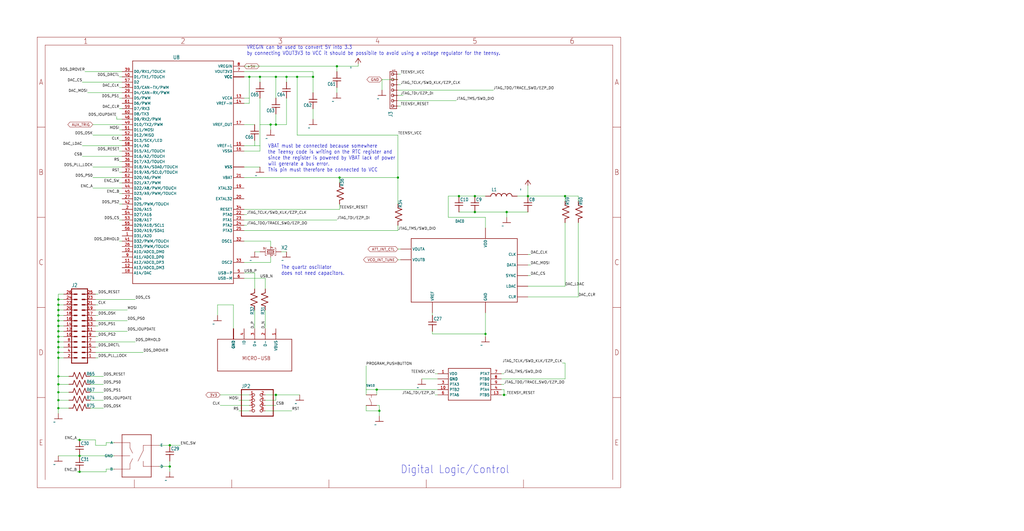
<source format=kicad_sch>
(kicad_sch (version 20211123) (generator eeschema)
  (paper "User" 490.22 254.406)
  (lib_symbols
    (symbol "aom_simple-eagle-import:+5V" (power)
      (property "Value" "+5V" (at -2.54 -5.08 90))
      (symbol "+5V_1_0"
        (pin power_in line (at 0 -2.54 90) (length 2.54) (name "+5V") (number "1"))
      )
    )
    (symbol "aom_simple-eagle-import:AD5623R"
      (property "Value" "AD5623R" (at -2.54 20.32 0))
      (symbol "AD5623R_1_0"
        (pin bidirectional line (at 27.94 10.16 180) (length 5.08) (name "VOUTA") (number "1"))
        (pin bidirectional line (at 12.7 -20.32 90) (length 5.08) (name "VREF") (number "10"))
        (pin bidirectional line (at 27.94 5.08 180) (length 5.08) (name "VOUTB") (number "2"))
        (pin bidirectional line (at -12.7 -20.32 90) (length 5.08) (name "GND") (number "3"))
        (pin bidirectional line (at -33.02 -7.62 0) (length 5.08) (name "LDAC") (number "4"))
        (pin bidirectional line (at -33.02 -12.7 0) (length 5.08) (name "CLR") (number "5"))
        (pin bidirectional line (at -33.02 -2.54 0) (length 5.08) (name "SYNC") (number "6"))
        (pin bidirectional line (at -33.02 7.62 0) (length 5.08) (name "CLK") (number "7"))
        (pin bidirectional line (at -33.02 2.54 0) (length 5.08) (name "DATA") (number "8"))
        (pin bidirectional line (at -12.7 20.32 270) (length 5.08) (name "VDD") (number "9"))
      )
    )
    (symbol "aom_simple-eagle-import:CRYSTAL-3.2-2.5"
      (property "Reference" "X" (at 2.54 1.016 0))
      (property "Value" "CRYSTAL-3.2-2.5" (at 2.54 -2.54 0))
      (symbol "CRYSTAL-3.2-2.5_1_0"
        (text "1" (at -2.159 -1.143 0) (effects (font (size 0.8636 0.734)) (justify left bottom)))
        (text "2" (at 1.524 -1.143 0) (effects (font (size 0.8636 0.734)) (justify left bottom)))
        (text "3" (at 1.143 2.794 900) (effects (font (size 0.8636 0.734)) (justify left bottom)))
        (pin passive line (at -2.54 0 0) (length 0) (name "C1") (number "1"))
        (pin passive line (at 0 -5.08 90) (length 2.54) (name "GND@1") (number "2"))
        (pin passive line (at 2.54 0 180) (length 0) (name "C2") (number "3"))
        (pin passive line (at 0 5.08 270) (length 2.54) (name "GND@2") (number "4"))
      )
    )
    (symbol "aom_simple-eagle-import:CURRENT_BOOTLOADER3X3MM"
      (symbol "CURRENT_BOOTLOADER3X3MM_1_0"
        (pin bidirectional line (at -15.24 5.08 0) (length 5.08) (name "VDD") (number "1"))
        (pin bidirectional line (at -15.24 -2.54 0) (length 5.08) (name "PTB2") (number "10"))
        (pin bidirectional line (at 15.24 -5.08 180) (length 5.08) (name "PTB5") (number "13"))
        (pin bidirectional line (at -15.24 2.54 0) (length 5.08) (name "GND") (number "17"))
        (pin bidirectional line (at -15.24 2.54 0) (length 5.08) (name "GND") (number "2"))
        (pin bidirectional line (at -15.24 0 0) (length 5.08) (name "PTA3") (number "3"))
        (pin bidirectional line (at 15.24 -2.54 180) (length 5.08) (name "PTA4") (number "4"))
        (pin bidirectional line (at -15.24 -5.08 0) (length 5.08) (name "PTA6") (number "6"))
        (pin bidirectional line (at 15.24 5.08 180) (length 5.08) (name "PTA7") (number "7"))
        (pin bidirectional line (at 15.24 2.54 180) (length 5.08) (name "PTB0") (number "8"))
        (pin bidirectional line (at 15.24 0 180) (length 5.08) (name "PTB1") (number "9"))
      )
    )
    (symbol "aom_simple-eagle-import:C_MLCC_SMDCMLCC_0603"
      (property "Reference" "C" (at 0.5715 0.0635 0))
      (property "Value" "C_MLCC_SMDCMLCC_0603" (at 0.5715 -4.3815 0))
      (symbol "C_MLCC_SMDCMLCC_0603_1_0"
        (pin passive line (at 0 2.54 270) (length 0) (name "1") (number "P$1"))
        (pin passive line (at 0 -5.08 90) (length 0) (name "2") (number "P$2"))
      )
    )
    (symbol "aom_simple-eagle-import:C_MLCC_SMDCMLCC_0805"
      (property "Reference" "C" (at 0.5715 0.0635 0))
      (property "Value" "C_MLCC_SMDCMLCC_0805" (at 0.5715 -4.3815 0))
      (symbol "C_MLCC_SMDCMLCC_0805_1_0"
        (pin passive line (at 0 2.54 270) (length 0) (name "1") (number "P$1"))
        (pin passive line (at 0 -5.08 90) (length 0) (name "2") (number "P$2"))
      )
    )
    (symbol "aom_simple-eagle-import:FRAME_A_L"
      (symbol "FRAME_A_L_0_0"
        (text "1" (at 23.2833 213.995 0) (effects (font (size 2.54 2.286))))
        (text "2" (at 69.85 213.995 0) (effects (font (size 2.54 2.286))))
        (text "3" (at 116.4167 213.995 0) (effects (font (size 2.54 2.286))))
        (text "4" (at 162.9833 213.995 0) (effects (font (size 2.54 2.286))))
        (text "5" (at 209.55 213.995 0) (effects (font (size 2.54 2.286))))
        (text "6" (at 256.1167 213.995 0) (effects (font (size 2.54 2.286))))
        (text "A" (at 1.905 194.31 0) (effects (font (size 2.54 2.286))))
        (text "A" (at 277.495 194.31 0) (effects (font (size 2.54 2.286))))
        (text "B" (at 1.905 151.13 0) (effects (font (size 2.54 2.286))))
        (text "B" (at 277.495 151.13 0) (effects (font (size 2.54 2.286))))
        (text "C" (at 1.905 107.95 0) (effects (font (size 2.54 2.286))))
        (text "C" (at 277.495 107.95 0) (effects (font (size 2.54 2.286))))
        (text "D" (at 1.905 64.77 0) (effects (font (size 2.54 2.286))))
        (text "D" (at 277.495 64.77 0) (effects (font (size 2.54 2.286))))
        (text "E" (at 1.905 21.59 0) (effects (font (size 2.54 2.286))))
        (text "E" (at 277.495 21.59 0) (effects (font (size 2.54 2.286))))
      )
      (symbol "FRAME_A_L_2_0"
        (text ">DRAWING_NAME" (at 17.78 19.05 0) (effects (font (size 2.54 2.159)) (justify left bottom)))
        (text ">LAST_DATE_TIME" (at 12.7 1.27 0) (effects (font (size 2.54 2.159)) (justify left bottom)))
        (text ">SHEET" (at 86.36 1.27 0) (effects (font (size 2.54 2.159)) (justify left bottom)))
        (text "Date:" (at 1.27 1.27 0) (effects (font (size 2.54 2.159)) (justify left bottom)))
        (text "Document Number:" (at 1.27 11.43 0) (effects (font (size 2.54 2.159)) (justify left bottom)))
        (text "REV:" (at 88.9 11.43 0) (effects (font (size 2.54 2.159)) (justify left bottom)))
        (text "Sheet:" (at 72.39 1.27 0) (effects (font (size 2.54 2.159)) (justify left bottom)))
        (text "TITLE:" (at 1.27 19.05 0) (effects (font (size 2.54 2.159)) (justify left bottom)))
      )
    )
    (symbol "aom_simple-eagle-import:GND" (power)
      (property "Value" "GND" (at -2.54 -2.54 0))
      (symbol "GND_1_0"
        (pin power_in line (at 0 2.54 270) (length 2.54) (name "GND") (number "1"))
      )
    )
    (symbol "aom_simple-eagle-import:L_FERRITE_SMDLFERRITE_0603"
      (property "Reference" "L" (at -4.7 2.31 0))
      (property "Value" "L_FERRITE_SMDLFERRITE_0603" (at -5.08 -2.54 0))
      (symbol "L_FERRITE_SMDLFERRITE_0603_1_0"
        (pin passive line (at -7.62 0 0) (length 2.54) (name "1") (number "P$1"))
        (pin passive line (at 7.62 0 180) (length 2.54) (name "2") (number "P$2"))
      )
    )
    (symbol "aom_simple-eagle-import:MICRO-USB{slash}1051330011"
      (symbol "MICRO-USB{slash}1051330011_1_0"
        (text "MICRO-USB" (at -2.54 -7.62 900) (effects (font (size 1.778 1.5113)) (justify left bottom)))
        (pin bidirectional line (at 12.7 -10.16 180) (length 5.08) (name "VBUS") (number "1"))
        (pin bidirectional line (at 12.7 -5.08 180) (length 5.08) (name "D-") (number "2"))
        (pin bidirectional line (at 12.7 0 180) (length 5.08) (name "D+") (number "3"))
        (pin bidirectional line (at 12.7 5.08 180) (length 5.08) (name "ID") (number "4"))
        (pin bidirectional line (at 12.7 10.16 180) (length 5.08) (name "GND") (number "5"))
        (pin bidirectional line (at 12.7 10.16 180) (length 5.08) (name "GND") (number "P$1"))
        (pin bidirectional line (at 12.7 10.16 180) (length 5.08) (name "GND") (number "P$2"))
        (pin bidirectional line (at 12.7 10.16 180) (length 5.08) (name "GND") (number "P$3"))
      )
    )
    (symbol "aom_simple-eagle-import:MK20DX256VLH7"
      (property "Value" "MK20DX256VLH7" (at -5.08 -53.34 0))
      (symbol "MK20DX256VLH7_1_0"
        (pin bidirectional line (at -27.94 -27.94 0) (length 5.08) (name "D31/A20") (number "1"))
        (pin bidirectional line (at -27.94 -35.56 0) (length 5.08) (name "A10/ADC0_DM0") (number "10"))
        (pin bidirectional line (at -27.94 -40.64 0) (length 5.08) (name "A12/ADC0_DP3") (number "11"))
        (pin bidirectional line (at -27.94 -43.18 0) (length 5.08) (name "A13/ADC0_DM3") (number "12"))
        (pin bidirectional line (at 30.48 38.1 180) (length 5.08) (name "VCCA") (number "13"))
        (pin bidirectional line (at 30.48 35.56 180) (length 5.08) (name "VREF-H") (number "14"))
        (pin bidirectional line (at 30.48 15.24 180) (length 5.08) (name "VREF-L") (number "15"))
        (pin bidirectional line (at 30.48 12.7 180) (length 5.08) (name "VSSA") (number "16"))
        (pin bidirectional line (at 30.48 25.4 180) (length 5.08) (name "VREF_OUT") (number "17"))
        (pin bidirectional line (at -27.94 -45.72 0) (length 5.08) (name "A14/DAC") (number "18"))
        (pin bidirectional line (at 30.48 -5.08 180) (length 5.08) (name "XTAL32") (number "19"))
        (pin bidirectional line (at -27.94 -15.24 0) (length 5.08) (name "D26/A15") (number "2"))
        (pin bidirectional line (at 30.48 -10.16 180) (length 5.08) (name "EXTAL32") (number "20"))
        (pin bidirectional line (at 30.48 0 180) (length 5.08) (name "VBAT") (number "21"))
        (pin bidirectional line (at 30.48 -17.78 180) (length 5.08) (name "PTA0") (number "22"))
        (pin bidirectional line (at 30.48 -20.32 180) (length 5.08) (name "PTA1") (number "23"))
        (pin bidirectional line (at 30.48 -22.86 180) (length 5.08) (name "PTA2") (number "24"))
        (pin bidirectional line (at 30.48 -25.4 180) (length 5.08) (name "PTA3") (number "25"))
        (pin bidirectional line (at -27.94 -33.02 0) (length 5.08) (name "D33/PWM/TOUCH") (number "26"))
        (pin bidirectional line (at -27.94 -10.16 0) (length 5.08) (name "D24") (number "27"))
        (pin bidirectional line (at -27.94 43.18 0) (length 5.08) (name "D3/CAN-TX/PWM") (number "28"))
        (pin bidirectional line (at -27.94 40.64 0) (length 5.08) (name "D4/CAN-RX/PWM") (number "29"))
        (pin bidirectional line (at 30.48 48.26 180) (length 5.08) (name "VCC") (number "3"))
        (pin bidirectional line (at 30.48 48.26 180) (length 5.08) (name "VCC") (number "30"))
        (pin bidirectional line (at 30.48 5.08 180) (length 5.08) (name "VSS") (number "31"))
        (pin bidirectional line (at 30.48 -30.48 180) (length 5.08) (name "OSC1") (number "32"))
        (pin bidirectional line (at 30.48 -40.64 180) (length 5.08) (name "OSC2") (number "33"))
        (pin bidirectional line (at 30.48 -15.24 180) (length 5.08) (name "RESET") (number "34"))
        (pin bidirectional line (at -27.94 10.16 0) (length 5.08) (name "D16/A2/TOUCH") (number "35"))
        (pin bidirectional line (at -27.94 7.62 0) (length 5.08) (name "D17/A3/TOUCH") (number "36"))
        (pin bidirectional line (at -27.94 2.54 0) (length 5.08) (name "D19/A5/SCL0/TOUCH") (number "37"))
        (pin bidirectional line (at -27.94 5.08 0) (length 5.08) (name "D18/A4/SDA0/TOUCH") (number "38"))
        (pin bidirectional line (at -27.94 50.8 0) (length 5.08) (name "D0/RX1/TOUCH") (number "39"))
        (pin bidirectional line (at 30.48 5.08 180) (length 5.08) (name "VSS") (number "4"))
        (pin bidirectional line (at -27.94 48.26 0) (length 5.08) (name "D1/TX1/TOUCH") (number "40"))
        (pin bidirectional line (at -27.94 -30.48 0) (length 5.08) (name "D32/PWM/TOUCH") (number "41"))
        (pin bidirectional line (at -27.94 -12.7 0) (length 5.08) (name "D25/PWM/TOUCH") (number "42"))
        (pin bidirectional line (at -27.94 12.7 0) (length 5.08) (name "D15/A1/TOUCH") (number "43"))
        (pin bidirectional line (at -27.94 -5.08 0) (length 5.08) (name "D22/A8/PWM/TOUCH") (number "44"))
        (pin bidirectional line (at -27.94 -7.62 0) (length 5.08) (name "D23/A9/PWM/TOUCH") (number "45"))
        (pin bidirectional line (at -27.94 27.94 0) (length 5.08) (name "D9/RX2/PWM") (number "46"))
        (pin bidirectional line (at 30.48 5.08 180) (length 5.08) (name "VSS") (number "47"))
        (pin bidirectional line (at 30.48 48.26 180) (length 5.08) (name "VCC") (number "48"))
        (pin bidirectional line (at -27.94 25.4 0) (length 5.08) (name "D10/TX2/PWM") (number "49"))
        (pin bidirectional line (at 30.48 -45.72 180) (length 5.08) (name "USB-P") (number "5"))
        (pin bidirectional line (at -27.94 17.78 0) (length 5.08) (name "D13/SCK/LED") (number "50"))
        (pin bidirectional line (at -27.94 22.86 0) (length 5.08) (name "D11/MOSI") (number "51"))
        (pin bidirectional line (at -27.94 20.32 0) (length 5.08) (name "D12/MISO") (number "52"))
        (pin bidirectional line (at -27.94 -20.32 0) (length 5.08) (name "D28/A17") (number "53"))
        (pin bidirectional line (at -27.94 -17.78 0) (length 5.08) (name "D27/A16") (number "54"))
        (pin bidirectional line (at -27.94 -22.86 0) (length 5.08) (name "D29/A18/SCL1") (number "55"))
        (pin bidirectional line (at -27.94 -25.4 0) (length 5.08) (name "D30/A19/SDA1") (number "56"))
        (pin bidirectional line (at -27.94 45.72 0) (length 5.08) (name "D2") (number "57"))
        (pin bidirectional line (at -27.94 15.24 0) (length 5.08) (name "D14/A0") (number "58"))
        (pin bidirectional line (at -27.94 33.02 0) (length 5.08) (name "D7/RX3") (number "59"))
        (pin bidirectional line (at 30.48 -48.26 180) (length 5.08) (name "USB-M") (number "6"))
        (pin bidirectional line (at -27.94 30.48 0) (length 5.08) (name "D8/TX3") (number "60"))
        (pin bidirectional line (at -27.94 35.56 0) (length 5.08) (name "D6/PWM") (number "61"))
        (pin bidirectional line (at -27.94 0 0) (length 5.08) (name "D20/A6/PWM") (number "62"))
        (pin bidirectional line (at -27.94 -2.54 0) (length 5.08) (name "D21/A7/PWM") (number "63"))
        (pin bidirectional line (at -27.94 38.1 0) (length 5.08) (name "D5/PWM") (number "64"))
        (pin bidirectional line (at 30.48 50.8 180) (length 5.08) (name "VOUT3V3") (number "7"))
        (pin bidirectional line (at 30.48 53.34 180) (length 5.08) (name "VREGIN") (number "8"))
        (pin bidirectional line (at -27.94 -38.1 0) (length 5.08) (name "A11/ADC0_DP0") (number "9"))
      )
    )
    (symbol "aom_simple-eagle-import:ML26F"
      (property "Reference" "J" (at -3.81 18.542 0))
      (property "Value" "ML26F" (at -3.81 -20.32 0))
      (symbol "ML26F_1_0"
        (pin passive line (at 7.62 -15.24 180) (length 5.08) (name "1") (number "1"))
        (pin passive line (at -7.62 -5.08 0) (length 5.08) (name "10") (number "10"))
        (pin passive line (at 7.62 -2.54 180) (length 5.08) (name "11") (number "11"))
        (pin passive line (at -7.62 -2.54 0) (length 5.08) (name "12") (number "12"))
        (pin passive line (at 7.62 0 180) (length 5.08) (name "13") (number "13"))
        (pin passive line (at -7.62 0 0) (length 5.08) (name "14") (number "14"))
        (pin passive line (at 7.62 2.54 180) (length 5.08) (name "15") (number "15"))
        (pin passive line (at -7.62 2.54 0) (length 5.08) (name "16") (number "16"))
        (pin passive line (at 7.62 5.08 180) (length 5.08) (name "17") (number "17"))
        (pin passive line (at -7.62 5.08 0) (length 5.08) (name "18") (number "18"))
        (pin passive line (at 7.62 7.62 180) (length 5.08) (name "19") (number "19"))
        (pin passive line (at -7.62 -15.24 0) (length 5.08) (name "2") (number "2"))
        (pin passive line (at -7.62 7.62 0) (length 5.08) (name "20") (number "20"))
        (pin passive line (at 7.62 10.16 180) (length 5.08) (name "21") (number "21"))
        (pin passive line (at -7.62 10.16 0) (length 5.08) (name "22") (number "22"))
        (pin passive line (at 7.62 12.7 180) (length 5.08) (name "23") (number "23"))
        (pin passive line (at -7.62 12.7 0) (length 5.08) (name "24") (number "24"))
        (pin passive line (at 7.62 15.24 180) (length 5.08) (name "25") (number "25"))
        (pin passive line (at -7.62 15.24 0) (length 5.08) (name "26") (number "26"))
        (pin passive line (at 7.62 -12.7 180) (length 5.08) (name "3") (number "3"))
        (pin passive line (at -7.62 -12.7 0) (length 5.08) (name "4") (number "4"))
        (pin passive line (at 7.62 -10.16 180) (length 5.08) (name "5") (number "5"))
        (pin passive line (at -7.62 -10.16 0) (length 5.08) (name "6") (number "6"))
        (pin passive line (at 7.62 -7.62 180) (length 5.08) (name "7") (number "7"))
        (pin passive line (at -7.62 -7.62 0) (length 5.08) (name "8") (number "8"))
        (pin passive line (at 7.62 -5.08 180) (length 5.08) (name "9") (number "9"))
      )
    )
    (symbol "aom_simple-eagle-import:MTA07-100_LOW_PROFILE"
      (property "Reference" "J" (at 10.16 0 0))
      (property "Value" "MTA07-100_LOW_PROFILE" (at 10.16 -3.81 0))
      (symbol "MTA07-100_LOW_PROFILE_1_0"
        (text "1" (at -10.16 -1.27 0) (effects (font (size 1.27 1.0795)) (justify left bottom)))
        (pin passive line (at -7.62 -2.54 90) (length 2.54) (name "1") (number "P$1"))
        (pin passive line (at -5.08 -2.54 90) (length 2.54) (name "2") (number "P$2"))
        (pin passive line (at -2.54 -2.54 90) (length 2.54) (name "3") (number "P$3"))
        (pin passive line (at 0 -2.54 90) (length 2.54) (name "4") (number "P$4"))
        (pin passive line (at 2.54 -2.54 90) (length 2.54) (name "5") (number "P$5"))
        (pin passive line (at 5.08 -2.54 90) (length 2.54) (name "6") (number "P$6"))
        (pin passive line (at 7.62 -2.54 90) (length 2.54) (name "7") (number "P$7"))
      )
    )
    (symbol "aom_simple-eagle-import:PEC11R"
      (symbol "PEC11R_1_0"
        (pin bidirectional line (at 12.7 5.08 0) (length 0) (name "E") (number "1"))
        (pin bidirectional line (at 12.7 -5.08 0) (length 0) (name "D") (number "2"))
        (pin bidirectional line (at -8.89 6.35 180) (length 0) (name "A") (number "A"))
        (pin bidirectional line (at -8.89 -6.35 180) (length 0) (name "B") (number "B"))
        (pin bidirectional line (at -8.89 0 180) (length 0) (name "GND") (number "C"))
      )
    )
    (symbol "aom_simple-eagle-import:PINHD-2X4-SHROUD"
      (property "Reference" "JP" (at -6.35 8.255 0))
      (property "Value" "PINHD-2X4-SHROUD" (at -6.35 -7.62 0))
      (symbol "PINHD-2X4-SHROUD_1_0"
        (pin passive inverted (at -2.54 5.08 0) (length 2.54) (name "1") (number "1"))
        (pin passive inverted (at 5.08 5.08 180) (length 2.54) (name "2") (number "2"))
        (pin passive inverted (at -2.54 2.54 0) (length 2.54) (name "3") (number "3"))
        (pin passive inverted (at 5.08 2.54 180) (length 2.54) (name "4") (number "4"))
        (pin passive inverted (at -2.54 0 0) (length 2.54) (name "5") (number "5"))
        (pin passive inverted (at 5.08 0 180) (length 2.54) (name "6") (number "6"))
        (pin passive inverted (at -2.54 -2.54 0) (length 2.54) (name "7") (number "7"))
        (pin passive inverted (at 5.08 -2.54 180) (length 2.54) (name "8") (number "8"))
      )
    )
    (symbol "aom_simple-eagle-import:R_SMDR0603"
      (property "Reference" "R" (at -7.3025 0.3175 0))
      (property "Value" "R_SMDR0603" (at 3.3338 0.3175 0))
      (symbol "R_SMDR0603_1_0"
        (pin passive line (at -5.08 0 0) (length 0) (name "1") (number "P$1"))
        (pin passive line (at 5.08 0 180) (length 0) (name "2") (number "P$2"))
      )
    )
    (symbol "aom_simple-eagle-import:TACT_4.2MM"
      (property "Reference" "SW" (at -2.54 7.62 0))
      (property "Value" "TACT_4.2MM" (at -2.54 5.08 0))
      (symbol "TACT_4.2MM_1_0"
        (pin bidirectional line (at -2.54 2.54 0) (length 2.54) (name "P$1") (number "P$1"))
        (pin bidirectional line (at 2.54 2.54 180) (length 2.54) (name "P$2") (number "P$2"))
        (pin bidirectional line (at -2.54 -2.54 0) (length 2.54) (name "P$3") (number "P$3"))
        (pin bidirectional line (at 2.54 -2.54 180) (length 2.54) (name "P$4") (number "P$4"))
      )
    )
  )
  (junction (at 241.3 189.23))
  (junction (at 190.5 85.09))
  (junction (at 180.34 186.69))
  (junction (at 27.94 168.91))
  (junction (at 227.33 93.98))
  (junction (at 27.94 148.59))
  (junction (at 38.1 210.82))
  (junction (at 270.51 93.98))
  (junction (at 149.86 36.83))
  (junction (at 27.94 187.96))
  (junction (at 27.94 161.29))
  (junction (at 132.08 59.69))
  (junction (at 124.46 36.83))
  (junction (at 38.1 226.06))
  (junction (at 161.29 31.75))
  (junction (at 27.94 153.67))
  (junction (at 129.54 59.69))
  (junction (at 27.94 151.13))
  (junction (at 27.94 171.45))
  (junction (at 219.71 93.98))
  (junction (at 38.1 218.44))
  (junction (at 27.94 184.15))
  (junction (at 227.33 101.6))
  (junction (at 81.28 223.52))
  (junction (at 162.56 85.09))
  (junction (at 27.94 195.58))
  (junction (at 27.94 146.05))
  (junction (at 27.94 163.83))
  (junction (at 27.94 191.77))
  (junction (at 132.08 36.83))
  (junction (at 27.94 156.21))
  (junction (at 242.57 101.6))
  (junction (at 232.41 160.02))
  (junction (at 142.24 36.83))
  (junction (at 119.38 36.83))
  (junction (at 81.28 213.36))
  (junction (at 27.94 158.75))
  (junction (at 181.61 196.85))
  (junction (at 137.16 36.83))
  (junction (at 27.94 143.51))
  (junction (at 132.08 189.23))
  (junction (at 27.94 166.37))
  (junction (at 27.94 180.34))
  (junction (at 252.73 93.98))
  (wire (pts (xy 116.84 125.73) (xy 129.54 125.73)))
  (wire (pts (xy 119.38 36.83) (xy 124.46 36.83)))
  (wire (pts (xy 27.94 171.45) (xy 30.48 171.45)))
  (wire (pts (xy 27.94 158.75) (xy 27.94 156.21)))
  (wire (pts (xy 270.51 173.99) (xy 269.24 173.99)))
  (wire (pts (xy 45.72 213.36) (xy 45.72 210.82)))
  (wire (pts (xy 33.02 184.15) (xy 27.94 184.15)))
  (wire (pts (xy 43.18 184.15) (xy 49.53 184.15)))
  (wire (pts (xy 132.08 189.23) (xy 143.51 189.23)))
  (wire (pts (xy 58.42 105.41) (xy 57.15 105.41)))
  (wire (pts (xy 116.84 100.33) (xy 162.56 100.33)))
  (wire (pts (xy 116.84 115.57) (xy 129.54 115.57)))
  (wire (pts (xy 27.94 143.51) (xy 30.48 143.51)))
  (wire (pts (xy 149.86 34.29) (xy 149.86 36.83)))
  (wire (pts (xy 58.42 44.45) (xy 41.91 44.45)))
  (wire (pts (xy 219.71 93.98) (xy 214.63 93.98)))
  (wire (pts (xy 116.84 130.81) (xy 121.92 130.81)))
  (wire (pts (xy 190.5 40.64) (xy 191.77 40.64)))
  (wire (pts (xy 45.72 161.29) (xy 46.99 161.29)))
  (wire (pts (xy 190.5 64.77) (xy 142.24 64.77)))
  (wire (pts (xy 76.2 223.52) (xy 81.28 223.52)))
  (wire (pts (xy 104.14 151.13) (xy 104.14 146.05)))
  (wire (pts (xy 252.73 121.92) (xy 254 121.92)))
  (wire (pts (xy 81.28 213.36) (xy 86.36 213.36)))
  (wire (pts (xy 27.94 166.37) (xy 30.48 166.37)))
  (wire (pts (xy 58.42 64.77) (xy 44.45 64.77)))
  (wire (pts (xy 181.61 194.31) (xy 180.34 194.31)))
  (wire (pts (xy 242.57 104.14) (xy 242.57 101.6)))
  (wire (pts (xy 45.72 163.83) (xy 64.77 163.83)))
  (wire (pts (xy 132.08 46.99) (xy 132.08 36.83)))
  (wire (pts (xy 180.34 186.69) (xy 175.26 186.69)))
  (wire (pts (xy 50.8 213.36) (xy 45.72 213.36)))
  (wire (pts (xy 119.38 191.77) (xy 114.3 191.77)))
  (wire (pts (xy 129.54 62.23) (xy 129.54 59.69)))
  (wire (pts (xy 27.94 146.05) (xy 27.94 143.51)))
  (wire (pts (xy 175.26 194.31) (xy 175.26 196.85)))
  (wire (pts (xy 58.42 34.29) (xy 40.64 34.29)))
  (wire (pts (xy 190.5 85.09) (xy 162.56 85.09)))
  (wire (pts (xy 242.57 101.6) (xy 252.73 101.6)))
  (wire (pts (xy 190.5 38.1) (xy 182.88 38.1)))
  (wire (pts (xy 191.77 119.38) (xy 190.5 119.38)))
  (wire (pts (xy 190.5 110.49) (xy 190.5 107.95)))
  (wire (pts (xy 58.42 85.09) (xy 44.45 85.09)))
  (wire (pts (xy 27.94 148.59) (xy 27.94 146.05)))
  (wire (pts (xy 38.1 210.82) (xy 36.83 210.82)))
  (wire (pts (xy 27.94 171.45) (xy 27.94 168.91)))
  (wire (pts (xy 124.46 59.69) (xy 124.46 69.85)))
  (wire (pts (xy 162.56 97.79) (xy 162.56 100.33)))
  (wire (pts (xy 58.42 80.01) (xy 44.45 80.01)))
  (wire (pts (xy 27.94 163.83) (xy 27.94 161.29)))
  (wire (pts (xy 190.5 85.09) (xy 190.5 64.77)))
  (wire (pts (xy 27.94 153.67) (xy 27.94 151.13)))
  (wire (pts (xy 58.42 90.17) (xy 44.45 90.17)))
  (wire (pts (xy 119.38 189.23) (xy 105.41 189.23)))
  (wire (pts (xy 270.51 181.61) (xy 270.51 173.99)))
  (wire (pts (xy 45.72 156.21) (xy 46.99 156.21)))
  (wire (pts (xy 119.38 196.85) (xy 114.3 196.85)))
  (wire (pts (xy 162.56 87.63) (xy 162.56 85.09)))
  (wire (pts (xy 116.84 133.35) (xy 127 133.35)))
  (wire (pts (xy 81.28 220.98) (xy 81.28 223.52)))
  (wire (pts (xy 116.84 105.41) (xy 161.29 105.41)))
  (wire (pts (xy 207.01 160.02) (xy 232.41 160.02)))
  (wire (pts (xy 58.42 87.63) (xy 57.15 87.63)))
  (wire (pts (xy 58.42 41.91) (xy 57.15 41.91)))
  (wire (pts (xy 161.29 44.45) (xy 161.29 41.91)))
  (wire (pts (xy 45.72 140.97) (xy 46.99 140.97)))
  (wire (pts (xy 45.72 210.82) (xy 38.1 210.82)))
  (wire (pts (xy 137.16 59.69) (xy 132.08 59.69)))
  (wire (pts (xy 175.26 196.85) (xy 181.61 196.85)))
  (wire (pts (xy 181.61 196.85) (xy 181.61 194.31)))
  (wire (pts (xy 119.38 46.99) (xy 119.38 49.53)))
  (wire (pts (xy 27.94 151.13) (xy 27.94 148.59)))
  (wire (pts (xy 124.46 39.37) (xy 124.46 36.83)))
  (wire (pts (xy 54.61 212.09) (xy 50.8 212.09)))
  (wire (pts (xy 58.42 69.85) (xy 39.37 69.85)))
  (wire (pts (xy 121.92 69.85) (xy 116.84 69.85)))
  (wire (pts (xy 190.5 48.26) (xy 218.44 48.26)))
  (wire (pts (xy 54.61 224.79) (xy 50.8 224.79)))
  (wire (pts (xy 129.54 115.57) (xy 129.54 118.11)))
  (wire (pts (xy 58.42 92.71) (xy 57.15 92.71)))
  (wire (pts (xy 276.86 142.24) (xy 276.86 106.68)))
  (wire (pts (xy 27.94 184.15) (xy 27.94 180.34)))
  (wire (pts (xy 127 189.23) (xy 132.08 189.23)))
  (wire (pts (xy 54.61 218.44) (xy 38.1 218.44)))
  (wire (pts (xy 209.55 179.07) (xy 208.28 179.07)))
  (wire (pts (xy 241.3 186.69) (xy 241.3 189.23)))
  (wire (pts (xy 58.42 115.57) (xy 57.15 115.57)))
  (wire (pts (xy 129.54 125.73) (xy 129.54 123.19)))
  (wire (pts (xy 116.84 107.95) (xy 118.11 107.95)))
  (wire (pts (xy 142.24 36.83) (xy 149.86 36.83)))
  (wire (pts (xy 58.42 62.23) (xy 57.15 62.23)))
  (wire (pts (xy 276.86 96.52) (xy 276.86 93.98)))
  (wire (pts (xy 116.84 80.01) (xy 124.46 80.01)))
  (wire (pts (xy 27.94 195.58) (xy 27.94 191.77)))
  (wire (pts (xy 116.84 110.49) (xy 190.5 110.49)))
  (wire (pts (xy 116.84 46.99) (xy 119.38 46.99)))
  (wire (pts (xy 161.29 34.29) (xy 161.29 31.75)))
  (wire (pts (xy 124.46 36.83) (xy 132.08 36.83)))
  (wire (pts (xy 27.94 156.21) (xy 30.48 156.21)))
  (wire (pts (xy 209.55 181.61) (xy 201.93 181.61)))
  (wire (pts (xy 27.94 148.59) (xy 30.48 148.59)))
  (wire (pts (xy 45.72 166.37) (xy 46.99 166.37)))
  (wire (pts (xy 124.46 72.39) (xy 124.46 69.85)))
  (wire (pts (xy 209.55 189.23) (xy 208.28 189.23)))
  (wire (pts (xy 38.1 226.06) (xy 36.83 226.06)))
  (wire (pts (xy 38.1 218.44) (xy 27.94 218.44)))
  (wire (pts (xy 58.42 52.07) (xy 57.15 52.07)))
  (wire (pts (xy 214.63 93.98) (xy 214.63 104.14)))
  (wire (pts (xy 227.33 93.98) (xy 219.71 93.98)))
  (wire (pts (xy 27.94 168.91) (xy 30.48 168.91)))
  (wire (pts (xy 161.29 31.75) (xy 171.45 31.75)))
  (wire (pts (xy 241.3 189.23) (xy 242.57 189.23)))
  (wire (pts (xy 27.94 153.67) (xy 30.48 153.67)))
  (wire (pts (xy 27.94 140.97) (xy 30.48 140.97)))
  (wire (pts (xy 134.62 120.65) (xy 137.16 120.65)))
  (wire (pts (xy 27.94 180.34) (xy 33.02 180.34)))
  (wire (pts (xy 252.73 88.9) (xy 252.73 93.98)))
  (wire (pts (xy 119.38 46.99) (xy 119.38 36.83)))
  (wire (pts (xy 247.65 93.98) (xy 252.73 93.98)))
  (wire (pts (xy 252.73 137.16) (xy 270.51 137.16)))
  (wire (pts (xy 45.72 168.91) (xy 68.58 168.91)))
  (wire (pts (xy 190.5 97.79) (xy 190.5 85.09)))
  (wire (pts (xy 270.51 93.98) (xy 252.73 93.98)))
  (wire (pts (xy 137.16 36.83) (xy 142.24 36.83)))
  (wire (pts (xy 119.38 49.53) (xy 116.84 49.53)))
  (wire (pts (xy 121.92 130.81) (xy 121.92 138.43)))
  (wire (pts (xy 38.1 226.06) (xy 50.8 226.06)))
  (wire (pts (xy 45.72 171.45) (xy 46.99 171.45)))
  (wire (pts (xy 58.42 57.15) (xy 55.88 57.15)))
  (wire (pts (xy 137.16 39.37) (xy 137.16 36.83)))
  (wire (pts (xy 116.84 59.69) (xy 121.92 59.69)))
  (wire (pts (xy 116.84 34.29) (xy 149.86 34.29)))
  (wire (pts (xy 27.94 198.12) (xy 27.94 195.58)))
  (wire (pts (xy 27.94 143.51) (xy 27.94 140.97)))
  (wire (pts (xy 58.42 97.79) (xy 57.15 97.79)))
  (wire (pts (xy 27.94 146.05) (xy 30.48 146.05)))
  (wire (pts (xy 27.94 158.75) (xy 30.48 158.75)))
  (wire (pts (xy 33.02 191.77) (xy 27.94 191.77)))
  (wire (pts (xy 162.56 85.09) (xy 116.84 85.09)))
  (wire (pts (xy 45.72 153.67) (xy 60.96 153.67)))
  (wire (pts (xy 50.8 212.09) (xy 50.8 213.36)))
  (wire (pts (xy 27.94 151.13) (xy 30.48 151.13)))
  (wire (pts (xy 27.94 166.37) (xy 27.94 163.83)))
  (wire (pts (xy 219.71 101.6) (xy 227.33 101.6)))
  (wire (pts (xy 127 196.85) (xy 139.7 196.85)))
  (wire (pts (xy 43.18 195.58) (xy 49.53 195.58)))
  (wire (pts (xy 116.84 36.83) (xy 119.38 36.83)))
  (wire (pts (xy 58.42 77.47) (xy 57.15 77.47)))
  (wire (pts (xy 58.42 74.93) (xy 39.37 74.93)))
  (wire (pts (xy 76.2 213.36) (xy 81.28 213.36)))
  (wire (pts (xy 58.42 72.39) (xy 57.15 72.39)))
  (wire (pts (xy 132.08 36.83) (xy 137.16 36.83)))
  (wire (pts (xy 27.94 161.29) (xy 30.48 161.29)))
  (wire (pts (xy 227.33 101.6) (xy 242.57 101.6)))
  (wire (pts (xy 142.24 64.77) (xy 142.24 36.83)))
  (wire (pts (xy 127 133.35) (xy 127 138.43)))
  (wire (pts (xy 240.03 184.15) (xy 241.3 184.15)))
  (wire (pts (xy 240.03 186.69) (xy 241.3 186.69)))
  (wire (pts (xy 276.86 93.98) (xy 270.51 93.98)))
  (wire (pts (xy 190.5 35.56) (xy 191.77 35.56)))
  (wire (pts (xy 270.51 137.16) (xy 270.51 106.68)))
  (wire (pts (xy 241.3 189.23) (xy 240.03 189.23)))
  (wire (pts (xy 58.42 82.55) (xy 57.15 82.55)))
  (wire (pts (xy 232.41 161.29) (xy 232.41 160.02)))
  (wire (pts (xy 180.34 189.23) (xy 180.34 186.69)))
  (wire (pts (xy 27.94 180.34) (xy 27.94 171.45)))
  (wire (pts (xy 43.18 180.34) (xy 49.53 180.34)))
  (wire (pts (xy 171.45 31.75) (xy 171.45 30.48)))
  (wire (pts (xy 207.01 158.75) (xy 207.01 160.02)))
  (wire (pts (xy 27.94 156.21) (xy 27.94 153.67)))
  (wire (pts (xy 27.94 161.29) (xy 27.94 158.75)))
  (wire (pts (xy 137.16 46.99) (xy 137.16 59.69)))
  (wire (pts (xy 149.86 36.83) (xy 149.86 44.45)))
  (wire (pts (xy 45.72 143.51) (xy 64.77 143.51)))
  (wire (pts (xy 240.03 181.61) (xy 270.51 181.61)))
  (wire (pts (xy 43.18 187.96) (xy 49.53 187.96)))
  (wire (pts (xy 149.86 57.15) (xy 149.86 52.07)))
  (wire (pts (xy 232.41 104.14) (xy 232.41 109.22)))
  (wire (pts (xy 45.72 158.75) (xy 60.96 158.75)))
  (wire (pts (xy 129.54 59.69) (xy 132.08 59.69)))
  (wire (pts (xy 58.42 67.31) (xy 57.15 67.31)))
  (wire (pts (xy 45.72 148.59) (xy 60.96 148.59)))
  (wire (pts (xy 209.55 186.69) (xy 180.34 186.69)))
  (wire (pts (xy 191.77 124.46) (xy 190.5 124.46)))
  (wire (pts (xy 27.94 187.96) (xy 27.94 184.15)))
  (wire (pts (xy 190.5 45.72) (xy 193.04 45.72)))
  (wire (pts (xy 121.92 69.85) (xy 121.92 67.31)))
  (wire (pts (xy 161.29 31.75) (xy 116.84 31.75)))
  (wire (pts (xy 190.5 43.18) (xy 236.22 43.18)))
  (wire (pts (xy 58.42 39.37) (xy 39.37 39.37)))
  (wire (pts (xy 252.73 132.08) (xy 254 132.08)))
  (wire (pts (xy 45.72 146.05) (xy 46.99 146.05)))
  (wire (pts (xy 33.02 195.58) (xy 27.94 195.58)))
  (wire (pts (xy 119.38 194.31) (xy 105.41 194.31)))
  (wire (pts (xy 129.54 59.69) (xy 124.46 59.69)))
  (wire (pts (xy 111.76 146.05) (xy 111.76 157.48)))
  (wire (pts (xy 121.92 120.65) (xy 124.46 120.65)))
  (wire (pts (xy 33.02 187.96) (xy 27.94 187.96)))
  (wire (pts (xy 121.92 148.59) (xy 121.92 157.48)))
  (wire (pts (xy 27.94 191.77) (xy 27.94 187.96)))
  (wire (pts (xy 182.88 38.1) (xy 182.88 43.18)))
  (wire (pts (xy 252.73 142.24) (xy 276.86 142.24)))
  (wire (pts (xy 58.42 36.83) (xy 57.15 36.83)))
  (wire (pts (xy 116.84 102.87) (xy 118.11 102.87)))
  (wire (pts (xy 127 148.59) (xy 127 157.48)))
  (wire (pts (xy 58.42 59.69) (xy 44.45 59.69)))
  (wire (pts (xy 132.08 191.77) (xy 132.08 189.23)))
  (wire (pts (xy 45.72 151.13) (xy 46.99 151.13)))
  (wire (pts (xy 207.01 151.13) (xy 207.01 149.86)))
  (wire (pts (xy 124.46 69.85) (xy 121.92 69.85)))
  (wire (pts (xy 232.41 160.02) (xy 232.41 149.86)))
  (wire (pts (xy 132.08 59.69) (xy 132.08 54.61)))
  (wire (pts (xy 252.73 127) (xy 254 127)))
  (wire (pts (xy 43.18 191.77) (xy 49.53 191.77)))
  (wire (pts (xy 240.03 179.07) (xy 241.3 179.07)))
  (wire (pts (xy 270.51 96.52) (xy 270.51 93.98)))
  (wire (pts (xy 50.8 224.79) (xy 50.8 226.06)))
  (wire (pts (xy 104.14 146.05) (xy 111.76 146.05)))
  (wire (pts (xy 55.88 57.15) (xy 55.88 55.88)))
  (wire (pts (xy 175.26 186.69) (xy 175.26 175.26)))
  (wire (pts (xy 58.42 46.99) (xy 57.15 46.99)))
  (wire (pts (xy 127 191.77) (xy 132.08 191.77)))
  (wire (pts (xy 232.41 93.98) (xy 227.33 93.98)))
  (wire (pts (xy 175.26 189.23) (xy 175.26 186.69)))
  (wire (pts (xy 214.63 104.14) (xy 232.41 104.14)))
  (wire (pts (xy 116.84 72.39) (xy 124.46 72.39)))
  (wire (pts (xy 190.5 50.8) (xy 191.77 50.8)))
  (wire (pts (xy 27.94 163.83) (xy 30.48 163.83)))
  (wire (pts (xy 127 194.31) (xy 132.08 194.31)))
  (wire (pts (xy 124.46 46.99) (xy 124.46 59.69)))
  (wire (pts (xy 81.28 223.52) (xy 81.28 226.06)))
  (wire (pts (xy 181.61 199.39) (xy 181.61 196.85)))
  (wire (pts (xy 27.94 168.91) (xy 27.94 166.37)))
  (text "VREGIN can be used to convert 5V into 3.3\nby connecting VOUT3V3 to VCC it should be possibile to avoid using a voltage regulator for the teensy." (at 118.11 26.67 0) (effects (font (size 1.778 1.5113)) (justify left bottom)))
  (text "VBAT must be connected because somewhere\nthe Teensy code is writing on the RTC register and\nsince the register is powered by VBAT lack of power\nwill gererate a bus error.\nThis pin must therefore be connected to VCC" (at 128.27 82.55 0) (effects (font (size 1.778 1.5113)) (justify left bottom)))
  (text "The quartz oscillator\ndoes not need capacitors." (at 134.62 132.08 180) (effects (font (size 1.778 1.5113)) (justify left bottom)))
  (text "Digital Logic/Control" (at 191.77 227.33 180) (effects (font (size 3.81 3.2385)) (justify left bottom)))
  (label "DAC_CLK" (at 57.15 41.91 180) (effects (font (size 1.2446 1.2446))))
  (label "JTAG_TDI/EZP_DI" (at 208.28 189.23 180) (effects (font (size 1.2446 1.2446))))
  (label "DDS_PS2" (at 46.99 161.29 0) (effects (font (size 1.2446 1.2446))))
  (label "PROGRAM_PUSHBUTTON" (at 175.26 175.26 0) (effects (font (size 1.2446 1.2446))))
  (label "DDS_OSK" (at 49.53 195.58 0) (effects (font (size 1.2446 1.2446))))
  (label "DDS_RESET" (at 46.99 140.97 0) (effects (font (size 1.2446 1.2446))))
  (label "D_N" (at 127 157.48 90) (effects (font (size 1.2446 1.2446))))
  (label "JTAG_TCLK/SWD_KLK/EZP_CLK" (at 269.24 173.99 180) (effects (font (size 1.2446 1.2446))))
  (label "DDS_CS" (at 64.77 143.51 0) (effects (font (size 1.2446 1.2446))))
  (label "DAC_MOSI" (at 254 127 0) (effects (font (size 1.2446 1.2446))))
  (label "TEENSY_RESET" (at 162.56 100.33 0) (effects (font (size 1.2446 1.2446))))
  (label "DDS_IOUPDATE" (at 55.88 55.88 180) (effects (font (size 1.2446 1.2446))))
  (label "CLK" (at 105.41 194.31 180) (effects (font (size 1.2446 1.2446))))
  (label "MOSI" (at 114.3 191.77 180) (effects (font (size 1.2446 1.2446))))
  (label "JTAG_TDO/TRACE_SWO/EZP_DO" (at 118.11 107.95 0) (effects (font (size 1.2446 1.2446))))
  (label "CSB" (at 132.08 194.31 0) (effects (font (size 1.2446 1.2446))))
  (label "DDS_PS1" (at 57.15 46.99 180) (effects (font (size 1.2446 1.2446))))
  (label "TEENSY_VCC" (at 190.5 64.77 0) (effects (font (size 1.2446 1.2446))))
  (label "ENC_SW" (at 86.36 213.36 0) (effects (font (size 1.2446 1.2446))))
  (label "ENC_SW" (at 57.15 87.63 180) (effects (font (size 1.2446 1.2446))))
  (label "ENC_A" (at 36.83 210.82 180) (effects (font (size 1.2446 1.2446))))
  (label "USB_P" (at 116.84 130.81 0) (effects (font (size 1.2446 1.2446))))
  (label "TEENSY_VCC" (at 208.28 179.07 180) (effects (font (size 1.2446 1.2446))))
  (label "D_P" (at 121.92 157.48 90) (effects (font (size 1.2446 1.2446))))
  (label "DDS_PS0" (at 60.96 153.67 0) (effects (font (size 1.2446 1.2446))))
  (label "DDS_RESET" (at 49.53 180.34 0) (effects (font (size 1.2446 1.2446))))
  (label "JTAG_TMS/SWD_DIO" (at 190.5 110.49 0) (effects (font (size 1.2446 1.2446))))
  (label "DAC_CLR" (at 276.86 142.24 0) (effects (font (size 1.2446 1.2446))))
  (label "RS" (at 114.3 196.85 180) (effects (font (size 1.2446 1.2446))))
  (label "JTAG_TCLK/SWD_KLK/EZP_CLK" (at 118.11 102.87 0) (effects (font (size 1.2446 1.2446))))
  (label "DDS_DROVER" (at 68.58 168.91 0) (effects (font (size 1.2446 1.2446))))
  (label "DAC_CLR" (at 57.15 52.07 180) (effects (font (size 1.2446 1.2446))))
  (label "DDS_OSK" (at 46.99 151.13 0) (effects (font (size 1.2446 1.2446))))
  (label "DDS_OSK" (at 44.45 64.77 180) (effects (font (size 1.2446 1.2446))))
  (label "DDS_RESET" (at 57.15 72.39 180) (effects (font (size 1.2446 1.2446))))
  (label "RST" (at 57.15 82.55 180) (effects (font (size 1.2446 1.2446))))
  (label "DDS_DROVER" (at 40.64 34.29 180) (effects (font (size 1.2446 1.2446))))
  (label "DDS_PS2" (at 57.15 97.79 180) (effects (font (size 1.2446 1.2446))))
  (label "JTAG_TDI/EZP_DI" (at 191.77 45.72 0) (effects (font (size 1.2446 1.2446))))
  (label "DAC_CS" (at 39.37 39.37 180) (effects (font (size 1.2446 1.2446))))
  (label "DAC_CLK" (at 254 121.92 0) (effects (font (size 1.2446 1.2446))))
  (label "DDS_IOUPDATE" (at 49.53 191.77 0) (effects (font (size 1.2446 1.2446))))
  (label "DAC_LDAC" (at 270.51 137.16 0) (effects (font (size 1.2446 1.2446))))
  (label "JTAG_TMS/SWD_DIO" (at 218.44 48.26 0) (effects (font (size 1.2446 1.2446))))
  (label "DDS_PS0" (at 44.45 85.09 180) (effects (font (size 1.2446 1.2446))))
  (label "ENC_A" (at 44.45 90.17 180) (effects (font (size 1.2446 1.2446))))
  (label "CLK" (at 46.99 146.05 0) (effects (font (size 1.2446 1.2446))))
  (label "ENC_B" (at 36.83 226.06 180) (effects (font (size 1.2446 1.2446))))
  (label "DDS_CS" (at 57.15 105.41 180) (effects (font (size 1.2446 1.2446))))
  (label "JTAG_TMS/SWD_DIO" (at 241.3 179.07 0) (effects (font (size 1.2446 1.2446))))
  (label "TEENSY_RESET" (at 191.77 50.8 0) (effects (font (size 1.2446 1.2446))))
  (label "DDS_PS1" (at 46.99 156.21 0) (effects (font (size 1.2446 1.2446))))
  (label "JTAG_TDI/EZP_DI" (at 161.29 105.41 0) (effects (font (size 1.2446 1.2446))))
  (label "RS" (at 57.15 77.47 180) (effects (font (size 1.2446 1.2446))))
  (label "DDS_DRHOLD" (at 64.77 163.83 0) (effects (font (size 1.2446 1.2446))))
  (label "DDS_DRHOLD" (at 57.15 115.57 180) (effects (font (size 1.2446 1.2446))))
  (label "DAC_CS" (at 254 132.08 0) (effects (font (size 1.2446 1.2446))))
  (label "MOSI" (at 60.96 148.59 0) (effects (font (size 1.2446 1.2446))))
  (label "TEENSY_RESET" (at 242.57 189.23 0) (effects (font (size 1.2446 1.2446))))
  (label "JTAG_TDO/TRACE_SWO/EZP_DO" (at 236.22 43.18 0) (effects (font (size 1.2446 1.2446))))
  (label "MOSI" (at 57.15 62.23 180) (effects (font (size 1.2446 1.2446))))
  (label "RST" (at 139.7 196.85 0) (effects (font (size 1.2446 1.2446))))
  (label "DDS_DRCTL" (at 57.15 36.83 180) (effects (font (size 1.2446 1.2446))))
  (label "DDS_PLL_LOCK" (at 46.99 171.45 0) (effects (font (size 1.2446 1.2446))))
  (label "CLK" (at 57.15 67.31 180) (effects (font (size 1.2446 1.2446))))
  (label "DDS_IOUPDATE" (at 60.96 158.75 0) (effects (font (size 1.2446 1.2446))))
  (label "DDS_PLL_LOCK" (at 44.45 80.01 180) (effects (font (size 1.2446 1.2446))))
  (label "TEENSY_VCC" (at 191.77 35.56 0) (effects (font (size 1.2446 1.2446))))
  (label "JTAG_TDO/TRACE_SWO/EZP_DO" (at 241.3 184.15 0) (effects (font (size 1.2446 1.2446))))
  (label "DDS_PS1" (at 49.53 187.96 0) (effects (font (size 1.2446 1.2446))))
  (label "CSB" (at 39.37 74.93 180) (effects (font (size 1.2446 1.2446))))
  (label "JTAG_TCLK/SWD_KLK/EZP_CLK" (at 191.77 40.64 0) (effects (font (size 1.2446 1.2446))))
  (label "DDS_DRCTL" (at 46.99 166.37 0) (effects (font (size 1.2446 1.2446))))
  (label "USB_N" (at 124.46 133.35 0) (effects (font (size 1.2446 1.2446))))
  (label "DAC_MOSI" (at 41.91 44.45 180) (effects (font (size 1.2446 1.2446))))
  (label "DAC_LDAC" (at 39.37 69.85 180) (effects (font (size 1.2446 1.2446))))
  (label "DDS_PS0" (at 49.53 184.15 0) (effects (font (size 1.2446 1.2446))))
  (label "ENC_B" (at 57.15 92.71 180) (effects (font (size 1.2446 1.2446))))
  (global_label "AUX_TRIG" (shape bidirectional) (at 44.45 59.69 180) (effects (font (size 1.2446 1.2446))) (property "Intersheet References" "${INTERSHEET_REFS}" (effects hide)))
  (global_label "ATT_INT_CTL" (shape bidirectional) (at 190.5 119.38 180) (effects (font (size 1.2446 1.2446))) (property "Intersheet References" "${INTERSHEET_REFS}" (effects hide)))
  (global_label "VCO_INT_TUNE" (shape bidirectional) (at 190.5 124.46 180) (effects (font (size 1.2446 1.2446))) (property "Intersheet References" "${INTERSHEET_REFS}" (effects hide)))
  (global_label "3V3" (shape bidirectional) (at 105.41 189.23 180) (effects (font (size 1.2446 1.2446))) (property "Intersheet References" "${INTERSHEET_REFS}" (effects hide)))
  (global_label "+5V" (shape bidirectional) (at 116.84 31.75 0) (effects (font (size 1.2446 1.2446))) (property "Intersheet References" "${INTERSHEET_REFS}" (effects hide)))
  (global_label "GND" (shape bidirectional) (at 182.88 38.1 180) (effects (font (size 1.2446 1.2446))) (property "Intersheet References" "${INTERSHEET_REFS}" (effects hide)))
  (symbol (lib_id "aom_simple-eagle-import:R_SMDR0603") (at 190.5 102.87 270) (unit 1)
    (property "Reference" "R34" (at 190.8175 95.5675 0) (effects (font (size 1.524 1.2954)) (justify left bottom)))
  )
  (symbol (lib_id "aom_simple-eagle-import:CURRENT_BOOTLOADER3X3MM") (at 224.79 184.15 0) (unit 1)
    (property "Reference" "UNK3X3MM1" (effects hide))
  )
  (symbol (lib_id "aom_simple-eagle-import:CRYSTAL-3.2-2.5") (at 129.54 120.65 90) (unit 1)
    (property "Reference" "X2" (at 134.62 119.634 90) (effects (font (size 1.778 1.5113)) (justify right top)))
  )
  (symbol (lib_id "aom_simple-eagle-import:C_MLCC_SMDCMLCC_0603") (at 132.08 52.07 180) (unit 1)
    (property "Reference" "C63" (at 131.5085 52.1335 0) (effects (font (size 1.524 1.2954)) (justify left bottom)))
  )
  (symbol (lib_id "aom_simple-eagle-import:GND") (at 232.41 163.83 0) (unit 1)
    (property "Reference" "#GND21" (effects hide))
  )
  (symbol (lib_id "aom_simple-eagle-import:C_MLCC_SMDCMLCC_0603") (at 161.29 39.37 180) (unit 1)
    (property "Reference" "C61" (at 160.7185 39.4335 0) (effects (font (size 1.524 1.2954)) (justify left bottom)))
  )
  (symbol (lib_id "aom_simple-eagle-import:GND") (at 242.57 106.68 0) (unit 1)
    (property "Reference" "#GND20" (effects hide))
  )
  (symbol (lib_id "aom_simple-eagle-import:GND") (at 27.94 220.98 0) (unit 1)
    (property "Reference" "#GND29" (effects hide))
  )
  (symbol (lib_id "aom_simple-eagle-import:GND") (at 121.92 123.19 0) (unit 1)
    (property "Reference" "#GND18" (effects hide))
  )
  (symbol (lib_id "aom_simple-eagle-import:PEC11R") (at 63.5 218.44 0) (unit 1)
    (property "Reference" "ENC1" (effects hide))
  )
  (symbol (lib_id "aom_simple-eagle-import:C_MLCC_SMDCMLCC_0603") (at 124.46 44.45 180) (unit 1)
    (property "Reference" "C65" (at 123.8885 44.5135 0) (effects (font (size 1.524 1.2954)) (justify left bottom)))
  )
  (symbol (lib_id "aom_simple-eagle-import:C_MLCC_SMDCMLCC_0805") (at 252.73 96.52 0) (unit 1)
    (property "Reference" "C8" (at 253.3015 96.4565 0) (effects (font (size 1.524 1.2954)) (justify left bottom)))
  )
  (symbol (lib_id "aom_simple-eagle-import:GND") (at 182.88 45.72 0) (unit 1)
    (property "Reference" "#GND62" (effects hide))
  )
  (symbol (lib_id "aom_simple-eagle-import:GND") (at 137.16 123.19 0) (unit 1)
    (property "Reference" "#GND15" (effects hide))
  )
  (symbol (lib_id "aom_simple-eagle-import:C_MLCC_SMDCMLCC_0805") (at 227.33 96.52 0) (unit 1)
    (property "Reference" "C9" (at 227.9015 96.4565 0) (effects (font (size 1.524 1.2954)) (justify left bottom)))
  )
  (symbol (lib_id "aom_simple-eagle-import:GND") (at 124.46 82.55 0) (unit 1)
    (property "Reference" "#GND60" (effects hide))
  )
  (symbol (lib_id "aom_simple-eagle-import:MTA07-100_LOW_PROFILE") (at 187.96 43.18 90) (mirror x) (unit 1)
    (property "Reference" "J3" (at 187.96 53.34 0) (effects (font (size 1.778 1.5113)) (justify left bottom)))
  )
  (symbol (lib_id "aom_simple-eagle-import:C_MLCC_SMDCMLCC_0603") (at 219.71 96.52 0) (unit 1)
    (property "Reference" "C10" (at 220.2815 96.4565 0) (effects (font (size 1.524 1.2954)) (justify left bottom)))
  )
  (symbol (lib_id "aom_simple-eagle-import:L_FERRITE_SMDLFERRITE_0603") (at 240.03 93.98 0) (unit 1)
    (property "Reference" "L1" (at 235.33 91.67 0) (effects (font (size 1.524 1.2954)) (justify left bottom)))
  )
  (symbol (lib_id "aom_simple-eagle-import:MK20DX256VLH7") (at 86.36 85.09 0) (unit 1)
    (property "Reference" "U8" (at 82.804 28.448 0) (effects (font (size 1.778 1.5113)) (justify left bottom)))
  )
  (symbol (lib_id "aom_simple-eagle-import:C_MLCC_SMDCMLCC_0603") (at 121.92 64.77 180) (unit 1)
    (property "Reference" "C66" (at 121.3485 64.8335 0) (effects (font (size 1.524 1.2954)) (justify left bottom)))
  )
  (symbol (lib_id "aom_simple-eagle-import:FRAME_A_L") (at 17.78 233.68 0) (unit 1)
    (property "Reference" "#FRAME3" (effects hide))
  )
  (symbol (lib_id "aom_simple-eagle-import:C_MLCC_SMDCMLCC_0603") (at 207.01 153.67 0) (unit 1)
    (property "Reference" "C27" (at 207.5815 153.6065 0) (effects (font (size 1.524 1.2954)) (justify left bottom)))
  )
  (symbol (lib_id "aom_simple-eagle-import:PINHD-2X4-SHROUD") (at 121.92 194.31 0) (unit 1)
    (property "Reference" "JP2" (at 115.57 186.055 0) (effects (font (size 1.778 1.5113)) (justify left bottom)))
  )
  (symbol (lib_id "aom_simple-eagle-import:C_MLCC_SMDCMLCC_0603") (at 38.1 213.36 0) (unit 1)
    (property "Reference" "C30" (at 38.6715 213.2965 0) (effects (font (size 1.524 1.2954)) (justify left bottom)))
  )
  (symbol (lib_id "aom_simple-eagle-import:GND") (at 181.61 201.93 0) (unit 1)
    (property "Reference" "#GND63" (effects hide))
  )
  (symbol (lib_id "aom_simple-eagle-import:R_SMDR0603") (at 38.1 184.15 0) (mirror y) (unit 1)
    (property "Reference" "R66" (at 45.4025 183.8325 0) (effects (font (size 1.524 1.2954)) (justify left bottom)))
  )
  (symbol (lib_id "aom_simple-eagle-import:ML26F") (at 38.1 156.21 0) (unit 1)
    (property "Reference" "J2" (at 34.29 137.668 0) (effects (font (size 1.778 1.5113)) (justify left bottom)))
  )
  (symbol (lib_id "aom_simple-eagle-import:GND") (at 161.29 46.99 0) (unit 1)
    (property "Reference" "#GND53" (effects hide))
  )
  (symbol (lib_id "aom_simple-eagle-import:R_SMDR0603") (at 38.1 191.77 0) (mirror y) (unit 1)
    (property "Reference" "R74" (at 45.4025 191.4525 0) (effects (font (size 1.524 1.2954)) (justify left bottom)))
  )
  (symbol (lib_id "aom_simple-eagle-import:GND") (at 27.94 200.66 0) (unit 1)
    (property "Reference" "#GND80" (effects hide))
  )
  (symbol (lib_id "aom_simple-eagle-import:R_SMDR0603") (at 162.56 92.71 270) (unit 1)
    (property "Reference" "R36" (at 162.8775 85.4075 0) (effects (font (size 1.524 1.2954)) (justify left bottom)))
  )
  (symbol (lib_id "aom_simple-eagle-import:R_SMDR0603") (at 127 143.51 90) (unit 1)
    (property "Reference" "R31" (at 126.6825 150.8125 0) (effects (font (size 1.524 1.2954)) (justify left bottom)))
  )
  (symbol (lib_id "aom_simple-eagle-import:GND") (at 143.51 191.77 0) (unit 1)
    (property "Reference" "#GND48" (effects hide))
  )
  (symbol (lib_id "aom_simple-eagle-import:R_SMDR0603") (at 276.86 101.6 270) (unit 1)
    (property "Reference" "R60" (at 277.1775 94.2975 0) (effects (font (size 1.524 1.2954)) (justify left bottom)))
  )
  (symbol (lib_id "aom_simple-eagle-import:+5V") (at 171.45 27.94 0) (unit 1)
    (property "Reference" "#P+6" (effects hide))
  )
  (symbol (lib_id "aom_simple-eagle-import:C_MLCC_SMDCMLCC_0603") (at 38.1 220.98 0) (unit 1)
    (property "Reference" "C31" (at 38.6715 220.9165 0) (effects (font (size 1.524 1.2954)) (justify left bottom)))
  )
  (symbol (lib_id "aom_simple-eagle-import:AD5623R") (at 219.71 129.54 0) (mirror y) (unit 1)
    (property "Reference" "DAC0" (at 222.25 106.68 0) (effects (font (size 1.27 1.0795)) (justify left bottom)))
  )
  (symbol (lib_id "aom_simple-eagle-import:C_MLCC_SMDCMLCC_0603") (at 149.86 49.53 180) (unit 1)
    (property "Reference" "C62" (at 149.2885 49.5935 0) (effects (font (size 1.524 1.2954)) (justify left bottom)))
  )
  (symbol (lib_id "aom_simple-eagle-import:TACT_4.2MM") (at 177.8 191.77 0) (unit 1)
    (property "Reference" "SW10" (at 175.26 184.15 0) (effects (font (size 1.016 1.016)) (justify left top)))
  )
  (symbol (lib_id "aom_simple-eagle-import:R_SMDR0603") (at 38.1 180.34 0) (mirror y) (unit 1)
    (property "Reference" "R65" (at 45.4025 180.0225 0) (effects (font (size 1.524 1.2954)) (justify left bottom)))
  )
  (symbol (lib_id "aom_simple-eagle-import:GND") (at 149.86 59.69 0) (unit 1)
    (property "Reference" "#GND54" (effects hide))
  )
  (symbol (lib_id "aom_simple-eagle-import:R_SMDR0603") (at 38.1 187.96 0) (mirror y) (unit 1)
    (property "Reference" "R67" (at 45.4025 187.6425 0) (effects (font (size 1.524 1.2954)) (justify left bottom)))
  )
  (symbol (lib_id "aom_simple-eagle-import:MICRO-USB{slash}1051330011") (at 121.92 170.18 90) (unit 1)
    (property "Reference" "USB1" (effects hide))
  )
  (symbol (lib_id "aom_simple-eagle-import:GND") (at 129.54 64.77 0) (unit 1)
    (property "Reference" "#GND59" (effects hide))
  )
  (symbol (lib_id "aom_simple-eagle-import:GND") (at 81.28 228.6 0) (unit 1)
    (property "Reference" "#GND30" (effects hide))
  )
  (symbol (lib_id "aom_simple-eagle-import:C_MLCC_SMDCMLCC_0603") (at 137.16 44.45 180) (unit 1)
    (property "Reference" "C64" (at 136.5885 44.5135 0) (effects (font (size 1.524 1.2954)) (justify left bottom)))
  )
  (symbol (lib_id "aom_simple-eagle-import:+5V") (at 252.73 86.36 0) (unit 1)
    (property "Reference" "#P+5" (effects hide))
  )
  (symbol (lib_id "aom_simple-eagle-import:R_SMDR0603") (at 121.92 143.51 90) (unit 1)
    (property "Reference" "R32" (at 121.6025 150.8125 0) (effects (font (size 1.524 1.2954)) (justify left bottom)))
  )
  (symbol (lib_id "aom_simple-eagle-import:C_MLCC_SMDCMLCC_0603") (at 81.28 215.9 0) (unit 1)
    (property "Reference" "C29" (at 81.8515 215.8365 0) (effects (font (size 1.524 1.2954)) (justify left bottom)))
  )
  (symbol (lib_id "aom_simple-eagle-import:R_SMDR0603") (at 270.51 101.6 270) (unit 1)
    (property "Reference" "R59" (at 270.8275 94.2975 0) (effects (font (size 1.524 1.2954)) (justify left bottom)))
  )
  (symbol (lib_id "aom_simple-eagle-import:R_SMDR0603") (at 38.1 195.58 0) (mirror y) (unit 1)
    (property "Reference" "R75" (at 45.4025 195.2625 0) (effects (font (size 1.524 1.2954)) (justify left bottom)))
  )
  (symbol (lib_id "aom_simple-eagle-import:GND") (at 201.93 184.15 0) (unit 1)
    (property "Reference" "#GND61" (effects hide))
  )
  (symbol (lib_id "aom_simple-eagle-import:GND") (at 104.14 153.67 0) (unit 1)
    (property "Reference" "#GND50" (effects hide))
  )
)
</source>
